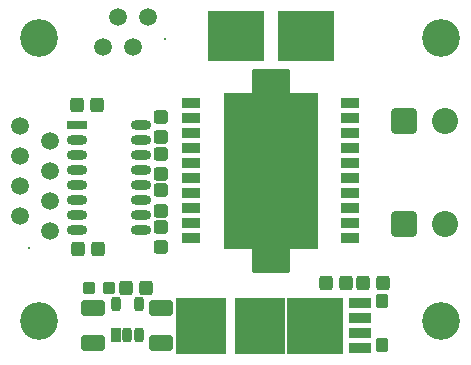
<source format=gts>
G04 Layer_Color=8388736*
%FSLAX24Y24*%
%MOIN*%
G70*
G01*
G75*
G04:AMPARAMS|DCode=39|XSize=47.4mil|YSize=43.4mil|CornerRadius=8.4mil|HoleSize=0mil|Usage=FLASHONLY|Rotation=180.000|XOffset=0mil|YOffset=0mil|HoleType=Round|Shape=RoundedRectangle|*
%AMROUNDEDRECTD39*
21,1,0.0474,0.0266,0,0,180.0*
21,1,0.0305,0.0434,0,0,180.0*
1,1,0.0169,-0.0153,0.0133*
1,1,0.0169,0.0153,0.0133*
1,1,0.0169,0.0153,-0.0133*
1,1,0.0169,-0.0153,-0.0133*
%
%ADD39ROUNDEDRECTD39*%
%ADD40R,0.0631X0.0356*%
%ADD41R,0.1891X0.1655*%
G04:AMPARAMS|DCode=42|XSize=47.4mil|YSize=43.4mil|CornerRadius=8.4mil|HoleSize=0mil|Usage=FLASHONLY|Rotation=270.000|XOffset=0mil|YOffset=0mil|HoleType=Round|Shape=RoundedRectangle|*
%AMROUNDEDRECTD42*
21,1,0.0474,0.0266,0,0,270.0*
21,1,0.0305,0.0434,0,0,270.0*
1,1,0.0169,-0.0133,-0.0153*
1,1,0.0169,-0.0133,0.0153*
1,1,0.0169,0.0133,0.0153*
1,1,0.0169,0.0133,-0.0153*
%
%ADD42ROUNDEDRECTD42*%
%ADD43R,0.0690X0.0316*%
%ADD44O,0.0690X0.0316*%
%ADD45R,0.0340X0.0474*%
G04:AMPARAMS|DCode=46|XSize=47.4mil|YSize=34mil|CornerRadius=10.5mil|HoleSize=0mil|Usage=FLASHONLY|Rotation=90.000|XOffset=0mil|YOffset=0mil|HoleType=Round|Shape=RoundedRectangle|*
%AMROUNDEDRECTD46*
21,1,0.0474,0.0130,0,0,90.0*
21,1,0.0264,0.0340,0,0,90.0*
1,1,0.0210,0.0065,0.0132*
1,1,0.0210,0.0065,-0.0132*
1,1,0.0210,-0.0065,-0.0132*
1,1,0.0210,-0.0065,0.0132*
%
%ADD46ROUNDEDRECTD46*%
G04:AMPARAMS|DCode=47|XSize=39.5mil|YSize=39.5mil|CornerRadius=7.9mil|HoleSize=0mil|Usage=FLASHONLY|Rotation=0.000|XOffset=0mil|YOffset=0mil|HoleType=Round|Shape=RoundedRectangle|*
%AMROUNDEDRECTD47*
21,1,0.0395,0.0236,0,0,0.0*
21,1,0.0236,0.0395,0,0,0.0*
1,1,0.0159,0.0118,-0.0118*
1,1,0.0159,-0.0118,-0.0118*
1,1,0.0159,-0.0118,0.0118*
1,1,0.0159,0.0118,0.0118*
%
%ADD47ROUNDEDRECTD47*%
G04:AMPARAMS|DCode=48|XSize=78.9mil|YSize=53.3mil|CornerRadius=9.7mil|HoleSize=0mil|Usage=FLASHONLY|Rotation=180.000|XOffset=0mil|YOffset=0mil|HoleType=Round|Shape=RoundedRectangle|*
%AMROUNDEDRECTD48*
21,1,0.0789,0.0340,0,0,180.0*
21,1,0.0595,0.0533,0,0,180.0*
1,1,0.0193,-0.0298,0.0170*
1,1,0.0193,0.0298,0.0170*
1,1,0.0193,0.0298,-0.0170*
1,1,0.0193,-0.0298,-0.0170*
%
%ADD48ROUNDEDRECTD48*%
%ADD49R,0.1655X0.1891*%
%ADD50R,0.0730X0.0320*%
%ADD51R,0.1900X0.1860*%
G04:AMPARAMS|DCode=52|XSize=39.5mil|YSize=47.4mil|CornerRadius=7.9mil|HoleSize=0mil|Usage=FLASHONLY|Rotation=180.000|XOffset=0mil|YOffset=0mil|HoleType=Round|Shape=RoundedRectangle|*
%AMROUNDEDRECTD52*
21,1,0.0395,0.0315,0,0,180.0*
21,1,0.0236,0.0474,0,0,180.0*
1,1,0.0159,-0.0118,0.0157*
1,1,0.0159,0.0118,0.0157*
1,1,0.0159,0.0118,-0.0157*
1,1,0.0159,-0.0118,-0.0157*
%
%ADD52ROUNDEDRECTD52*%
%ADD53C,0.0080*%
%ADD54C,0.0592*%
%ADD55C,0.0867*%
G04:AMPARAMS|DCode=56|XSize=86.7mil|YSize=86.7mil|CornerRadius=13.8mil|HoleSize=0mil|Usage=FLASHONLY|Rotation=0.000|XOffset=0mil|YOffset=0mil|HoleType=Round|Shape=RoundedRectangle|*
%AMROUNDEDRECTD56*
21,1,0.0867,0.0591,0,0,0.0*
21,1,0.0591,0.0867,0,0,0.0*
1,1,0.0277,0.0295,-0.0295*
1,1,0.0277,-0.0295,-0.0295*
1,1,0.0277,-0.0295,0.0295*
1,1,0.0277,0.0295,0.0295*
%
%ADD56ROUNDEDRECTD56*%
%ADD57C,0.1261*%
G36*
X9493Y9567D02*
X9499Y9566D01*
X9503Y9565D01*
X9508Y9562D01*
X9513Y9559D01*
X9517Y9556D01*
X9520Y9552D01*
X9523Y9548D01*
X9525Y9543D01*
X9527Y9538D01*
X9528Y9533D01*
X9528Y9528D01*
X9528Y8780D01*
X10433Y8780D01*
X10438Y8780D01*
X10443Y8779D01*
X10448Y8777D01*
X10453Y8775D01*
X10457Y8772D01*
X10461Y8769D01*
X10465Y8765D01*
X10468Y8760D01*
X10470Y8755D01*
X10472Y8751D01*
X10473Y8745D01*
X10473Y8740D01*
X10473Y3622D01*
X10473Y3617D01*
X10472Y3612D01*
X10470Y3607D01*
X10468Y3602D01*
X10465Y3598D01*
X10461Y3594D01*
X10457Y3590D01*
X10453Y3587D01*
X10448Y3585D01*
X10443Y3583D01*
X10438Y3582D01*
X10433Y3582D01*
X9528Y3582D01*
X9528Y2835D01*
X9528Y2829D01*
X9527Y2824D01*
X9525Y2819D01*
X9523Y2815D01*
X9520Y2810D01*
X9517Y2806D01*
X9513Y2803D01*
X9508Y2800D01*
X9504Y2798D01*
X9499Y2796D01*
X9493Y2795D01*
X9488Y2795D01*
X8307Y2795D01*
X8302Y2795D01*
X8297Y2796D01*
X8292Y2798D01*
X8287Y2800D01*
X8283Y2803D01*
X8279Y2806D01*
X8275Y2810D01*
X8272Y2815D01*
X8270Y2819D01*
X8268Y2824D01*
X8267Y2829D01*
X8267Y2835D01*
X8267Y3582D01*
X7362Y3582D01*
X7357Y3582D01*
X7352Y3583D01*
X7347Y3585D01*
X7342Y3587D01*
X7338Y3590D01*
X7334Y3594D01*
X7330Y3598D01*
X7327Y3602D01*
X7325Y3607D01*
X7323Y3612D01*
X7322Y3617D01*
X7322Y3622D01*
X7322Y8740D01*
X7322Y8745D01*
X7323Y8751D01*
X7325Y8755D01*
X7327Y8760D01*
X7330Y8765D01*
X7334Y8769D01*
X7338Y8772D01*
X7342Y8775D01*
X7347Y8777D01*
X7352Y8779D01*
X7357Y8780D01*
X7362Y8780D01*
X8267Y8780D01*
X8267Y9528D01*
X8267Y9533D01*
X8268Y9538D01*
X8270Y9543D01*
X8272Y9548D01*
X8275Y9552D01*
X8279Y9556D01*
X8283Y9559D01*
X8287Y9562D01*
X8292Y9565D01*
X8297Y9566D01*
X8302Y9567D01*
X8307Y9568D01*
X9488Y9568D01*
X9493Y9567D01*
D02*
G37*
D39*
X5236Y7972D02*
D03*
Y7303D02*
D03*
Y6752D02*
D03*
Y6083D02*
D03*
Y4862D02*
D03*
Y5531D02*
D03*
Y4311D02*
D03*
Y3642D02*
D03*
D40*
X8898Y6181D02*
D03*
X6248Y3931D02*
D03*
Y4431D02*
D03*
Y4931D02*
D03*
Y5431D02*
D03*
Y5931D02*
D03*
Y6431D02*
D03*
Y6931D02*
D03*
Y7431D02*
D03*
Y7931D02*
D03*
Y8431D02*
D03*
X11548D02*
D03*
Y7931D02*
D03*
Y7431D02*
D03*
Y6931D02*
D03*
Y6431D02*
D03*
Y5931D02*
D03*
Y5431D02*
D03*
Y4931D02*
D03*
Y4431D02*
D03*
Y3931D02*
D03*
D41*
X10079Y10669D02*
D03*
X7717D02*
D03*
D42*
X2421Y8386D02*
D03*
X3091D02*
D03*
X3130Y3583D02*
D03*
X2461D02*
D03*
X4075Y2283D02*
D03*
X4744D02*
D03*
X10728Y2441D02*
D03*
X11398D02*
D03*
X12618D02*
D03*
X11949D02*
D03*
D43*
X2441Y7717D02*
D03*
D44*
Y7217D02*
D03*
Y6717D02*
D03*
Y6217D02*
D03*
Y5717D02*
D03*
Y5217D02*
D03*
Y4717D02*
D03*
Y4217D02*
D03*
X4567Y7717D02*
D03*
Y7217D02*
D03*
Y6717D02*
D03*
Y6217D02*
D03*
Y5717D02*
D03*
Y5217D02*
D03*
Y4717D02*
D03*
Y4217D02*
D03*
D45*
X3740Y709D02*
D03*
D46*
X4114D02*
D03*
X4488D02*
D03*
X3740Y1744D02*
D03*
X4488D02*
D03*
D47*
X3484Y2283D02*
D03*
X2815D02*
D03*
D48*
X5236Y1614D02*
D03*
Y433D02*
D03*
X2953Y1614D02*
D03*
Y433D02*
D03*
D49*
X8543Y1024D02*
D03*
X6575D02*
D03*
D50*
X11870Y274D02*
D03*
Y774D02*
D03*
Y1274D02*
D03*
Y1774D02*
D03*
D51*
X10367Y1024D02*
D03*
D52*
X12598Y374D02*
D03*
Y1831D02*
D03*
D53*
X827Y3622D02*
D03*
X5354Y10591D02*
D03*
D54*
X535Y7673D02*
D03*
X1535Y7173D02*
D03*
X535Y6673D02*
D03*
X1535Y6173D02*
D03*
X535Y5673D02*
D03*
X1535Y5173D02*
D03*
X535Y4673D02*
D03*
X1535Y4173D02*
D03*
X4803Y11299D02*
D03*
X4303Y10299D02*
D03*
X3803Y11299D02*
D03*
X3303Y10299D02*
D03*
D55*
X14705Y4409D02*
D03*
Y7835D02*
D03*
D56*
X13327Y4409D02*
D03*
Y7835D02*
D03*
D57*
X1181Y1181D02*
D03*
X14567D02*
D03*
Y10630D02*
D03*
X1181D02*
D03*
M02*

</source>
